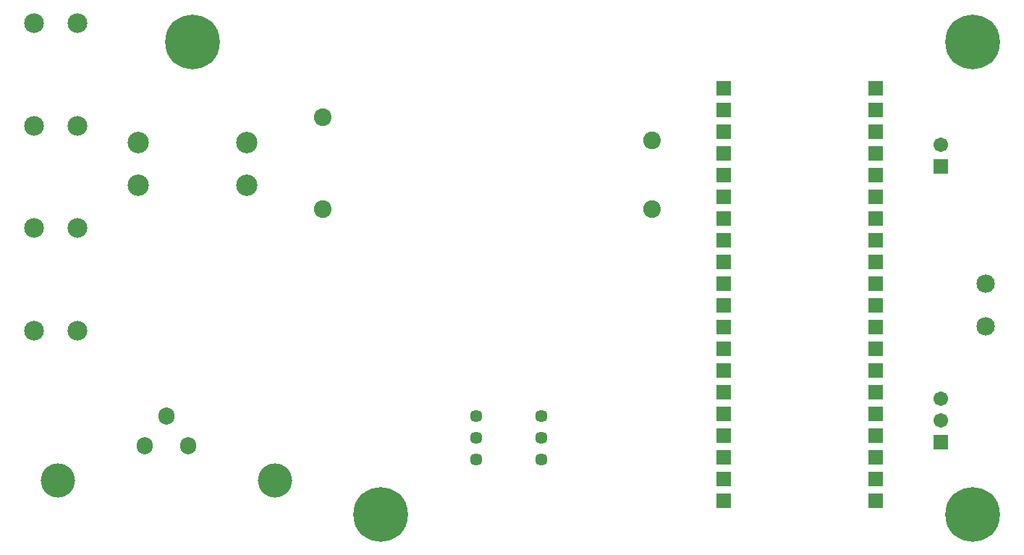
<source format=gbr>
%TF.GenerationSoftware,KiCad,Pcbnew,8.0.9-1.fc41*%
%TF.CreationDate,2025-10-07T12:33:13-07:00*%
%TF.ProjectId,silvia_pid_board,73696c76-6961-45f7-9069-645f626f6172,rev?*%
%TF.SameCoordinates,Original*%
%TF.FileFunction,Soldermask,Top*%
%TF.FilePolarity,Negative*%
%FSLAX46Y46*%
G04 Gerber Fmt 4.6, Leading zero omitted, Abs format (unit mm)*
G04 Created by KiCad (PCBNEW 8.0.9-1.fc41) date 2025-10-07 12:33:13*
%MOMM*%
%LPD*%
G01*
G04 APERTURE LIST*
G04 Aperture macros list*
%AMRoundRect*
0 Rectangle with rounded corners*
0 $1 Rounding radius*
0 $2 $3 $4 $5 $6 $7 $8 $9 X,Y pos of 4 corners*
0 Add a 4 corners polygon primitive as box body*
4,1,4,$2,$3,$4,$5,$6,$7,$8,$9,$2,$3,0*
0 Add four circle primitives for the rounded corners*
1,1,$1+$1,$2,$3*
1,1,$1+$1,$4,$5*
1,1,$1+$1,$6,$7*
1,1,$1+$1,$8,$9*
0 Add four rect primitives between the rounded corners*
20,1,$1+$1,$2,$3,$4,$5,0*
20,1,$1+$1,$4,$5,$6,$7,0*
20,1,$1+$1,$6,$7,$8,$9,0*
20,1,$1+$1,$8,$9,$2,$3,0*%
G04 Aperture macros list end*
%ADD10C,2.304000*%
%ADD11C,3.600000*%
%ADD12C,6.400000*%
%ADD13C,2.154000*%
%ADD14RoundRect,0.102000X-0.754000X-0.754000X0.754000X-0.754000X0.754000X0.754000X-0.754000X0.754000X0*%
%ADD15C,2.064000*%
%ADD16RoundRect,0.102000X0.754000X-0.754000X0.754000X0.754000X-0.754000X0.754000X-0.754000X-0.754000X0*%
%ADD17C,1.712000*%
%ADD18C,4.000000*%
%ADD19O,1.905000X2.000000*%
%ADD20C,2.500000*%
%ADD21C,1.447800*%
G04 APERTURE END LIST*
D10*
%TO.C,J3*%
X4460000Y-3500000D03*
X9540000Y-3500000D03*
%TD*%
%TO.C,J1*%
X4460000Y-27500000D03*
X9540000Y-27500000D03*
%TD*%
D11*
%TO.C,H4*%
X45000000Y-61000000D03*
D12*
X45000000Y-61000000D03*
%TD*%
D11*
%TO.C,H3*%
X23000000Y-5750000D03*
D12*
X23000000Y-5750000D03*
%TD*%
D13*
%TO.C,J7*%
X115750000Y-39000000D03*
X115750000Y-34000000D03*
%TD*%
D11*
%TO.C,H1*%
X114250000Y-5750000D03*
D12*
X114250000Y-5750000D03*
%TD*%
D14*
%TO.C,U4*%
X102890000Y-21300000D03*
X102890000Y-18760000D03*
X102890000Y-23840000D03*
X102890000Y-28920000D03*
X102890000Y-16220000D03*
X102890000Y-41620000D03*
X102890000Y-54320000D03*
X85110000Y-16220000D03*
X85110000Y-28920000D03*
X85110000Y-41620000D03*
X85110000Y-54320000D03*
X85110000Y-11140000D03*
X85110000Y-13680000D03*
X85110000Y-18760000D03*
X85110000Y-21300000D03*
X85110000Y-23840000D03*
X85110000Y-26380000D03*
X85110000Y-31460000D03*
X85110000Y-34000000D03*
X85110000Y-36540000D03*
X85110000Y-39080000D03*
X85110000Y-44160000D03*
X85110000Y-46700000D03*
X85110000Y-49240000D03*
X85110000Y-51780000D03*
X85110000Y-56860000D03*
X85110000Y-59400000D03*
X102890000Y-59400000D03*
X102890000Y-56860000D03*
X102890000Y-51780000D03*
X102890000Y-49240000D03*
X102890000Y-46700000D03*
X102890000Y-44160000D03*
X102890000Y-39080000D03*
X102890000Y-34000000D03*
X102890000Y-31460000D03*
X102890000Y-26380000D03*
X102890000Y-36540000D03*
X102890000Y-11140000D03*
X102890000Y-13680000D03*
%TD*%
D15*
%TO.C,U2*%
X38250000Y-25250000D03*
X38250000Y-14500000D03*
X76750000Y-25250000D03*
X76750000Y-17250000D03*
%TD*%
D16*
%TO.C,J5*%
X110550000Y-20250000D03*
D17*
X110550000Y-17750000D03*
%TD*%
D16*
%TO.C,J6*%
X110550000Y-52500000D03*
D17*
X110550000Y-50000000D03*
X110550000Y-47500000D03*
%TD*%
D10*
%TO.C,J4*%
X4460000Y-39500000D03*
X9540000Y-39500000D03*
%TD*%
D18*
%TO.C,D1*%
X32660000Y-57000000D03*
X7260000Y-57000000D03*
D19*
X22500000Y-53000000D03*
X19960000Y-49500000D03*
X17420000Y-53000000D03*
%TD*%
D20*
%TO.C,F1*%
X16650000Y-17500000D03*
X16650000Y-22500000D03*
X29350000Y-17500000D03*
X29350000Y-22500000D03*
%TD*%
D11*
%TO.C,H2*%
X114250000Y-61000000D03*
D12*
X114250000Y-61000000D03*
%TD*%
D21*
%TO.C,U3*%
X63810000Y-54540000D03*
X63810000Y-52000000D03*
X63810000Y-49460000D03*
X56190000Y-49460000D03*
X56190000Y-52000000D03*
X56190000Y-54540000D03*
%TD*%
D10*
%TO.C,J2*%
X4460000Y-15500000D03*
X9540000Y-15500000D03*
%TD*%
M02*

</source>
